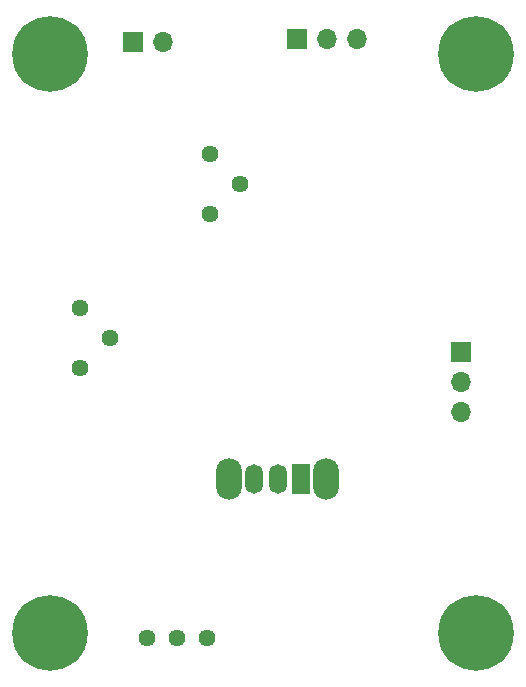
<source format=gbr>
%TF.GenerationSoftware,KiCad,Pcbnew,7.0.2-0*%
%TF.CreationDate,2025-01-08T13:43:56-05:00*%
%TF.ProjectId,plaqchek_potentiostat,706c6171-6368-4656-9b5f-706f74656e74,rev?*%
%TF.SameCoordinates,Original*%
%TF.FileFunction,Soldermask,Bot*%
%TF.FilePolarity,Negative*%
%FSLAX46Y46*%
G04 Gerber Fmt 4.6, Leading zero omitted, Abs format (unit mm)*
G04 Created by KiCad (PCBNEW 7.0.2-0) date 2025-01-08 13:43:56*
%MOMM*%
%LPD*%
G01*
G04 APERTURE LIST*
%ADD10C,1.440000*%
%ADD11O,2.200000X3.500000*%
%ADD12R,1.500000X2.500000*%
%ADD13O,1.500000X2.500000*%
%ADD14C,6.400000*%
%ADD15R,1.700000X1.700000*%
%ADD16O,1.700000X1.700000*%
G04 APERTURE END LIST*
D10*
%TO.C,RV2*%
X151500000Y-113500000D03*
X154040000Y-116040000D03*
X151500000Y-118580000D03*
%TD*%
%TO.C,RV3*%
X157210000Y-141397500D03*
X159750000Y-141397500D03*
X162290000Y-141397500D03*
%TD*%
D11*
%TO.C,SW2*%
X172350000Y-128000000D03*
X164150000Y-128000000D03*
D12*
X170250000Y-128000000D03*
D13*
X168250000Y-128000000D03*
X166250000Y-128000000D03*
%TD*%
D14*
%TO.C,H4*%
X149000000Y-141000000D03*
%TD*%
D15*
%TO.C,J3*%
X156000000Y-91000000D03*
D16*
X158540000Y-91000000D03*
%TD*%
D14*
%TO.C,H3*%
X185000000Y-141000000D03*
%TD*%
D15*
%TO.C,J1*%
X183750000Y-117200000D03*
D16*
X183750000Y-119740000D03*
X183750000Y-122280000D03*
%TD*%
D10*
%TO.C,RV1*%
X162500000Y-100500000D03*
X165040000Y-103040000D03*
X162500000Y-105580000D03*
%TD*%
D14*
%TO.C,H2*%
X149000000Y-92000000D03*
%TD*%
D15*
%TO.C,J2*%
X169920000Y-90750000D03*
D16*
X172460000Y-90750000D03*
X175000000Y-90750000D03*
%TD*%
D14*
%TO.C,H1*%
X185000000Y-92000000D03*
%TD*%
M02*

</source>
